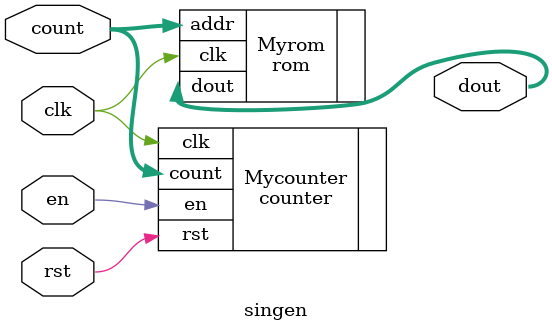
<source format=sv>
module singen #(
    parameter WIDTH = 8
)(
    input logic                 clk,
    input logic                 rst,
    input logic                 en,
    output logic [WIDTH-1:0]    dout,
    input logic  [WIDTH-1:0]    count,
    // input logic  [WIDTH-1:0]    incr // Challenge
);



counter Mycounter (
    .clk(clk),
    .rst(rst),
    .en(en),
    .count(count),
    //.incr(incr) //Challenge
);

rom Myrom(
    .clk(clk),
    .addr(count),
    .dout(dout)
);

endmodule

</source>
